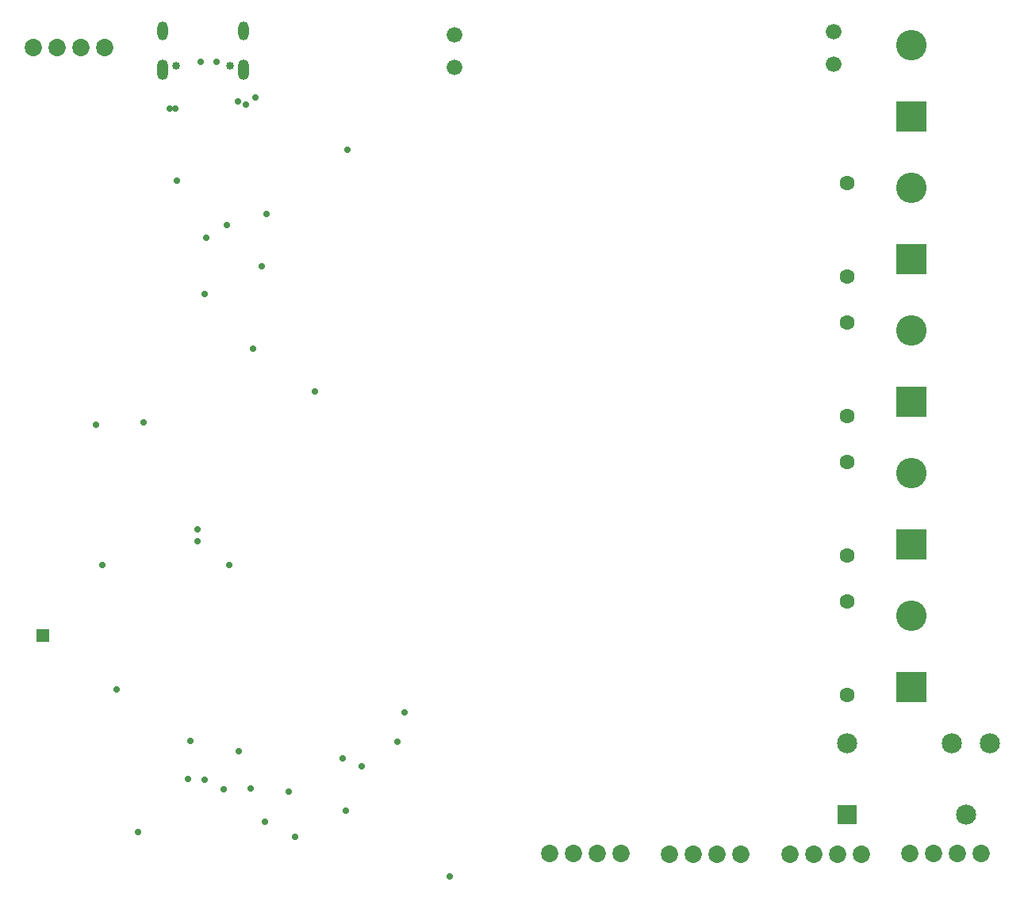
<source format=gbs>
G04*
G04 #@! TF.GenerationSoftware,Altium Limited,Altium Designer,19.0.10 (269)*
G04*
G04 Layer_Color=16711935*
%FSTAX24Y24*%
%MOIN*%
G70*
G01*
G75*
%ADD99R,0.1280X0.1280*%
%ADD100C,0.1280*%
%ADD101R,0.0552X0.0552*%
%ADD102C,0.0730*%
%ADD103C,0.0848*%
%ADD104R,0.0848X0.0848*%
%ADD105C,0.0336*%
%ADD106O,0.0474X0.0867*%
%ADD107O,0.0434X0.0789*%
%ADD108C,0.0631*%
%ADD109C,0.0659*%
%ADD110C,0.0280*%
D99*
X0644Y0826D02*
D03*
Y0646D02*
D03*
Y0766D02*
D03*
Y0706D02*
D03*
Y0586D02*
D03*
D100*
Y0856D02*
D03*
Y0676D02*
D03*
Y0796D02*
D03*
Y0736D02*
D03*
Y0616D02*
D03*
D101*
X027925Y060789D02*
D03*
D102*
X0492Y0516D02*
D03*
X0522D02*
D03*
X0502D02*
D03*
X0512D02*
D03*
X05425Y051586D02*
D03*
X05725D02*
D03*
X05525D02*
D03*
X05625D02*
D03*
X06435Y0516D02*
D03*
X06735D02*
D03*
X06535D02*
D03*
X06635D02*
D03*
X0593Y051586D02*
D03*
X0623D02*
D03*
X0603D02*
D03*
X0613D02*
D03*
X0305Y085514D02*
D03*
X0275D02*
D03*
X0295D02*
D03*
X0285D02*
D03*
D103*
X061707Y05625D02*
D03*
X066707Y05325D02*
D03*
X066107Y05625D02*
D03*
X067707D02*
D03*
D104*
X061707Y05325D02*
D03*
D105*
X035776Y08475D02*
D03*
X0335D02*
D03*
D106*
X036341Y084561D02*
D03*
X032935D02*
D03*
D107*
X036341Y086207D02*
D03*
X032935D02*
D03*
D108*
X0617Y064148D02*
D03*
Y068085D02*
D03*
Y075881D02*
D03*
Y079819D02*
D03*
Y070015D02*
D03*
Y073952D02*
D03*
Y058281D02*
D03*
Y062218D02*
D03*
D109*
X06115Y0848D02*
D03*
Y086178D02*
D03*
X0452Y086039D02*
D03*
Y084661D02*
D03*
D110*
X0352Y0849D02*
D03*
X03455D02*
D03*
X03355Y0799D02*
D03*
X0371Y0763D02*
D03*
X0373Y0785D02*
D03*
X0344Y06525D02*
D03*
Y06475D02*
D03*
X03565Y07805D02*
D03*
X034791Y0775D02*
D03*
X0407Y0812D02*
D03*
X03675Y07285D02*
D03*
X03935Y07105D02*
D03*
X0304Y06375D02*
D03*
X03575D02*
D03*
X03015Y06965D02*
D03*
X03685Y0834D02*
D03*
X0413Y055283D02*
D03*
X0405Y055598D02*
D03*
X031895Y052495D02*
D03*
X031Y0585D02*
D03*
X045Y05065D02*
D03*
X03215Y06975D02*
D03*
X0347Y07515D02*
D03*
X03325Y08295D02*
D03*
X033489D02*
D03*
X03645Y0831D02*
D03*
X0361Y08325D02*
D03*
X0428Y0563D02*
D03*
X0431Y05755D02*
D03*
X03615Y0559D02*
D03*
X03665Y054353D02*
D03*
X04065Y0534D02*
D03*
X0347Y0547D02*
D03*
X0341Y05635D02*
D03*
X03825Y0542D02*
D03*
X0355Y0543D02*
D03*
X0385Y0523D02*
D03*
X03725Y05295D02*
D03*
X034Y05475D02*
D03*
M02*

</source>
